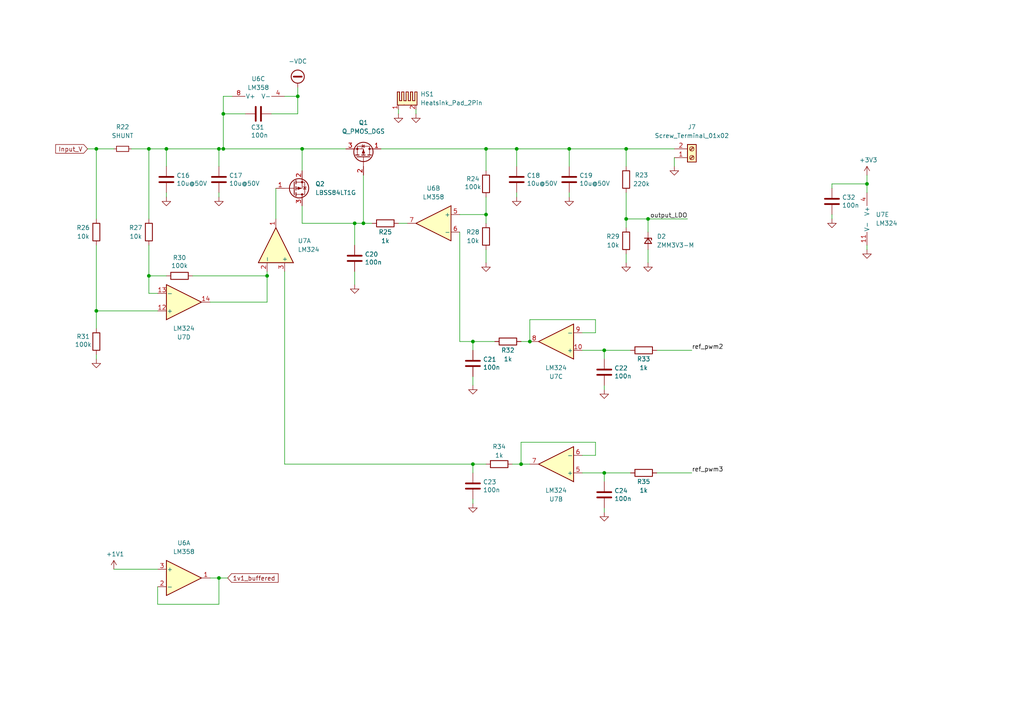
<source format=kicad_sch>
(kicad_sch (version 20211123) (generator eeschema)
  (paper "A4")
  (lib_symbols
    (symbol "Amplifier_Operational:LM324" (pin_names (offset 0.127))
      (property "Reference" "U" (at 0 5.08 0))
      (property "Value" "LM324" (at 0 -5.08 0))
      (symbol "LM324_1_1"
        (polyline (pts (xy -5.08 5.08) (xy 5.08 0) (xy -5.08 -5.08) (xy -5.08 5.08)) (stroke (width 0.254)) (fill (type background)))
        (pin output line (at 7.62 0 180) (length 2.54) (name "~") (number "1"))
        (pin input line (at -7.62 -2.54 0) (length 2.54) (name "-") (number "2"))
        (pin input line (at -7.62 2.54 0) (length 2.54) (name "+") (number "3"))
      )
      (symbol "LM324_2_1"
        (polyline (pts (xy -5.08 5.08) (xy 5.08 0) (xy -5.08 -5.08) (xy -5.08 5.08)) (stroke (width 0.254)) (fill (type background)))
        (pin input line (at -7.62 2.54 0) (length 2.54) (name "+") (number "5"))
        (pin input line (at -7.62 -2.54 0) (length 2.54) (name "-") (number "6"))
        (pin output line (at 7.62 0 180) (length 2.54) (name "~") (number "7"))
      )
      (symbol "LM324_3_1"
        (polyline (pts (xy -5.08 5.08) (xy 5.08 0) (xy -5.08 -5.08) (xy -5.08 5.08)) (stroke (width 0.254)) (fill (type background)))
        (pin input line (at -7.62 2.54 0) (length 2.54) (name "+") (number "10"))
        (pin output line (at 7.62 0 180) (length 2.54) (name "~") (number "8"))
        (pin input line (at -7.62 -2.54 0) (length 2.54) (name "-") (number "9"))
      )
      (symbol "LM324_4_1"
        (polyline (pts (xy -5.08 5.08) (xy 5.08 0) (xy -5.08 -5.08) (xy -5.08 5.08)) (stroke (width 0.254)) (fill (type background)))
        (pin input line (at -7.62 2.54 0) (length 2.54) (name "+") (number "12"))
        (pin input line (at -7.62 -2.54 0) (length 2.54) (name "-") (number "13"))
        (pin output line (at 7.62 0 180) (length 2.54) (name "~") (number "14"))
      )
      (symbol "LM324_5_1"
        (pin power_in line (at -2.54 -7.62 90) (length 3.81) (name "V-") (number "11"))
        (pin power_in line (at -2.54 7.62 270) (length 3.81) (name "V+") (number "4"))
      )
    )
    (symbol "Amplifier_Operational:LM358" (pin_names (offset 0.127))
      (property "Reference" "U" (at 0 5.08 0))
      (property "Value" "LM358" (at 0 -5.08 0))
      (symbol "LM358_1_1"
        (polyline (pts (xy -5.08 5.08) (xy 5.08 0) (xy -5.08 -5.08) (xy -5.08 5.08)) (stroke (width 0.254)) (fill (type background)))
        (pin output line (at 7.62 0 180) (length 2.54) (name "~") (number "1"))
        (pin input line (at -7.62 -2.54 0) (length 2.54) (name "-") (number "2"))
        (pin input line (at -7.62 2.54 0) (length 2.54) (name "+") (number "3"))
      )
      (symbol "LM358_2_1"
        (polyline (pts (xy -5.08 5.08) (xy 5.08 0) (xy -5.08 -5.08) (xy -5.08 5.08)) (stroke (width 0.254)) (fill (type background)))
        (pin input line (at -7.62 2.54 0) (length 2.54) (name "+") (number "5"))
        (pin input line (at -7.62 -2.54 0) (length 2.54) (name "-") (number "6"))
        (pin output line (at 7.62 0 180) (length 2.54) (name "~") (number "7"))
      )
      (symbol "LM358_3_1"
        (pin power_in line (at -2.54 -7.62 90) (length 3.81) (name "V-") (number "4"))
        (pin power_in line (at -2.54 7.62 270) (length 3.81) (name "V+") (number "8"))
      )
    )
    (symbol "Connector:Screw_Terminal_01x02" (pin_names (offset 1.016) hide)
      (property "Reference" "J" (at 0 2.54 0))
      (property "Value" "Screw_Terminal_01x02" (at 0 -5.08 0))
      (symbol "Screw_Terminal_01x02_1_1"
        (rectangle (start -1.27 1.27) (end 1.27 -3.81) (stroke (width 0.254)) (fill (type background)))
        (circle (center 0 -2.54) (radius 0.635) (stroke (width 0.1524)))
        (polyline (pts (xy -0.5334 -2.2098) (xy 0.3302 -3.048)) (stroke (width 0.1524)))
        (polyline (pts (xy -0.5334 0.3302) (xy 0.3302 -0.508)) (stroke (width 0.1524)))
        (polyline (pts (xy -0.3556 -2.032) (xy 0.508 -2.8702)) (stroke (width 0.1524)))
        (polyline (pts (xy -0.3556 0.508) (xy 0.508 -0.3302)) (stroke (width 0.1524)))
        (circle (center 0 0) (radius 0.635) (stroke (width 0.1524)))
        (pin passive line (at -5.08 0 0) (length 3.81) (name "Pin_1") (number "1"))
        (pin passive line (at -5.08 -2.54 0) (length 3.81) (name "Pin_2") (number "2"))
      )
    )
    (symbol "Device:C" (pin_numbers hide) (pin_names (offset 0.254))
      (property "Reference" "C" (at 0.635 2.54 0))
      (property "Value" "C" (at 0.635 -2.54 0))
      (symbol "C_0_1"
        (polyline (pts (xy -2.032 -0.762) (xy 2.032 -0.762)) (stroke (width 0.508)))
        (polyline (pts (xy -2.032 0.762) (xy 2.032 0.762)) (stroke (width 0.508)))
      )
      (symbol "C_1_1"
        (pin passive line (at 0 3.81 270) (length 2.794) (name "~") (number "1"))
        (pin passive line (at 0 -3.81 90) (length 2.794) (name "~") (number "2"))
      )
    )
    (symbol "Device:D_Zener_Small" (pin_numbers hide) (pin_names (offset 0.254) hide)
      (property "Reference" "D" (at 0 2.286 0))
      (property "Value" "D_Zener_Small" (at 0 -2.286 0))
      (symbol "D_Zener_Small_0_1"
        (polyline (pts (xy 0.762 0) (xy -0.762 0)))
        (polyline (pts (xy -0.254 1.016) (xy -0.762 1.016) (xy -0.762 -1.016)) (stroke (width 0.254)))
        (polyline (pts (xy 0.762 1.016) (xy -0.762 0) (xy 0.762 -1.016) (xy 0.762 1.016)) (stroke (width 0.254)))
      )
      (symbol "D_Zener_Small_1_1"
        (pin passive line (at -2.54 0 0) (length 1.778) (name "K") (number "1"))
        (pin passive line (at 2.54 0 180) (length 1.778) (name "A") (number "2"))
      )
    )
    (symbol "Device:Q_PMOS_DGS" (pin_names (offset 0) hide)
      (property "Reference" "Q" (at 5.08 1.27 0))
      (property "Value" "Q_PMOS_DGS" (at 5.08 -1.27 0))
      (symbol "Q_PMOS_DGS_0_1"
        (polyline (pts (xy 0.254 0) (xy -2.54 0)))
        (polyline (pts (xy 0.254 1.905) (xy 0.254 -1.905)) (stroke (width 0.254)))
        (polyline (pts (xy 0.762 -1.27) (xy 0.762 -2.286)) (stroke (width 0.254)))
        (polyline (pts (xy 0.762 0.508) (xy 0.762 -0.508)) (stroke (width 0.254)))
        (polyline (pts (xy 0.762 2.286) (xy 0.762 1.27)) (stroke (width 0.254)))
        (polyline (pts (xy 2.54 2.54) (xy 2.54 1.778)))
        (polyline (pts (xy 2.54 -2.54) (xy 2.54 0) (xy 0.762 0)))
        (polyline (pts (xy 0.762 1.778) (xy 3.302 1.778) (xy 3.302 -1.778) (xy 0.762 -1.778)))
        (polyline (pts (xy 2.286 0) (xy 1.27 0.381) (xy 1.27 -0.381) (xy 2.286 0)) (fill (type outline)))
        (polyline (pts (xy 2.794 -0.508) (xy 2.921 -0.381) (xy 3.683 -0.381) (xy 3.81 -0.254)))
        (polyline (pts (xy 3.302 -0.381) (xy 2.921 0.254) (xy 3.683 0.254) (xy 3.302 -0.381)))
        (circle (center 1.651 0) (radius 2.794) (stroke (width 0.254)))
        (circle (center 2.54 -1.778) (radius 0.254) (fill (type outline)))
        (circle (center 2.54 1.778) (radius 0.254) (fill (type outline)))
      )
      (symbol "Q_PMOS_DGS_1_1"
        (pin passive line (at 2.54 5.08 270) (length 2.54) (name "D") (number "1"))
        (pin input line (at -5.08 0 0) (length 2.54) (name "G") (number "2"))
        (pin passive line (at 2.54 -5.08 90) (length 2.54) (name "S") (number "3"))
      )
    )
    (symbol "Device:Q_PMOS_GSD" (pin_names (offset 0) hide)
      (property "Reference" "Q" (at 5.08 1.27 0))
      (property "Value" "Q_PMOS_GSD" (at 5.08 -1.27 0))
      (symbol "Q_PMOS_GSD_0_1"
        (polyline (pts (xy 0.254 0) (xy -2.54 0)))
        (polyline (pts (xy 0.254 1.905) (xy 0.254 -1.905)) (stroke (width 0.254)))
        (polyline (pts (xy 0.762 -1.27) (xy 0.762 -2.286)) (stroke (width 0.254)))
        (polyline (pts (xy 0.762 0.508) (xy 0.762 -0.508)) (stroke (width 0.254)))
        (polyline (pts (xy 0.762 2.286) (xy 0.762 1.27)) (stroke (width 0.254)))
        (polyline (pts (xy 2.54 2.54) (xy 2.54 1.778)))
        (polyline (pts (xy 2.54 -2.54) (xy 2.54 0) (xy 0.762 0)))
        (polyline (pts (xy 0.762 1.778) (xy 3.302 1.778) (xy 3.302 -1.778) (xy 0.762 -1.778)))
        (polyline (pts (xy 2.286 0) (xy 1.27 0.381) (xy 1.27 -0.381) (xy 2.286 0)) (fill (type outline)))
        (polyline (pts (xy 2.794 -0.508) (xy 2.921 -0.381) (xy 3.683 -0.381) (xy 3.81 -0.254)))
        (polyline (pts (xy 3.302 -0.381) (xy 2.921 0.254) (xy 3.683 0.254) (xy 3.302 -0.381)))
        (circle (center 1.651 0) (radius 2.794) (stroke (width 0.254)))
        (circle (center 2.54 -1.778) (radius 0.254) (fill (type outline)))
        (circle (center 2.54 1.778) (radius 0.254) (fill (type outline)))
      )
      (symbol "Q_PMOS_GSD_1_1"
        (pin input line (at -5.08 0 0) (length 2.54) (name "G") (number "1"))
        (pin passive line (at 2.54 -5.08 90) (length 2.54) (name "S") (number "2"))
        (pin passive line (at 2.54 5.08 270) (length 2.54) (name "D") (number "3"))
      )
    )
    (symbol "Device:R" (pin_numbers hide) (pin_names (offset 0))
      (property "Reference" "R" (at 2.032 0 90))
      (property "Value" "R" (at 0 0 90))
      (symbol "R_0_1"
        (rectangle (start -1.016 -2.54) (end 1.016 2.54) (stroke (width 0.254)))
      )
      (symbol "R_1_1"
        (pin passive line (at 0 3.81 270) (length 1.27) (name "~") (number "1"))
        (pin passive line (at 0 -3.81 90) (length 1.27) (name "~") (number "2"))
      )
    )
    (symbol "Device:R_Small" (pin_numbers hide) (pin_names (offset 0.254) hide)
      (property "Reference" "R" (at 0.762 0.508 0))
      (property "Value" "R_Small" (at 0.762 -1.016 0))
      (symbol "R_Small_0_1"
        (rectangle (start -0.762 1.778) (end 0.762 -1.778) (stroke (width 0.2032)))
      )
      (symbol "R_Small_1_1"
        (pin passive line (at 0 2.54 270) (length 0.762) (name "~") (number "1"))
        (pin passive line (at 0 -2.54 90) (length 0.762) (name "~") (number "2"))
      )
    )
    (symbol "Mechanical:Heatsink_Pad_2Pin" (pin_names (offset 0))
      (property "Reference" "HS" (at 0 5.715 0))
      (property "Value" "Heatsink_Pad_2Pin" (at 0 3.81 0))
      (symbol "Heatsink_Pad_2Pin_0_1"
        (polyline (pts (xy -0.3302 0) (xy -0.9652 0) (xy -0.9652 2.54) (xy -1.6002 2.54) (xy -1.6002 0) (xy -2.2352 0) (xy -2.2352 2.54) (xy -2.8702 2.54) (xy -2.8702 -1.27) (xy -0.9652 -1.27)) (stroke (width 0.254)) (fill (type background)))
        (polyline (pts (xy -0.3302 0) (xy -0.3302 2.54) (xy 0.3048 2.54) (xy 0.3048 0) (xy 0.9398 0) (xy 0.9398 2.54) (xy 1.5748 2.54) (xy 1.5748 0) (xy 2.2098 0) (xy 2.2098 2.54) (xy 2.8448 2.54) (xy 2.8448 -1.27) (xy -0.9652 -1.27)) (stroke (width 0.254)) (fill (type background)))
      )
      (symbol "Heatsink_Pad_2Pin_1_1"
        (pin passive line (at -2.54 -2.54 90) (length 1.27) (name "~") (number "1"))
        (pin passive line (at 2.54 -2.54 90) (length 1.27) (name "~") (number "2"))
      )
    )
    (symbol "power:+1V1" (power) (pin_names (offset 0))
      (property "Value" "+1V1" (at 0 3.556 0))
      (symbol "+1V1_0_1"
        (polyline (pts (xy -0.762 1.27) (xy 0 2.54)))
        (polyline (pts (xy 0 0) (xy 0 2.54)))
        (polyline (pts (xy 0 2.54) (xy 0.762 1.27)))
      )
      (symbol "+1V1_1_1"
        (pin power_in line (at 0 0 90) (length 0) hide (name "+1V1") (number "1"))
      )
    )
    (symbol "power:+3V3" (power) (pin_names (offset 0))
      (property "Value" "+3V3" (at 0 3.556 0))
      (symbol "+3V3_0_1"
        (polyline (pts (xy -0.762 1.27) (xy 0 2.54)))
        (polyline (pts (xy 0 0) (xy 0 2.54)))
        (polyline (pts (xy 0 2.54) (xy 0.762 1.27)))
      )
      (symbol "+3V3_1_1"
        (pin power_in line (at 0 0 90) (length 0) hide (name "+3V3") (number "1"))
      )
    )
    (symbol "power:-VDC" (power) (pin_names (offset 0))
      (property "Value" "-VDC" (at 0 6.35 0))
      (symbol "-VDC_0_1"
        (polyline (pts (xy -1.143 3.175) (xy 1.143 3.175)) (stroke (width 0.508)))
        (polyline (pts (xy 0 0) (xy 0 1.27)))
        (circle (center 0 3.175) (radius 1.905) (stroke (width 0.254)))
      )
      (symbol "-VDC_1_1"
        (pin power_in line (at 0 0 90) (length 0) hide (name "-VDC") (number "1"))
      )
    )
    (symbol "power:GND" (power) (pin_names (offset 0))
      (property "Value" "GND" (at 0 -3.81 0))
      (symbol "GND_0_1"
        (polyline (pts (xy 0 0) (xy 0 -1.27) (xy 1.27 -1.27) (xy 0 -2.54) (xy -1.27 -1.27) (xy 0 -1.27)))
      )
      (symbol "GND_1_1"
        (pin power_in line (at 0 0 270) (length 0) hide (name "GND") (number "1"))
      )
    )
  )
  (junction (at 64.77 33.02))
  (junction (at 63.5 43.18))
  (junction (at 63.5 167.64))
  (junction (at 149.86 43.18))
  (junction (at 77.47 80.01))
  (junction (at 102.87 64.77))
  (junction (at 175.26 137.16))
  (junction (at 175.26 101.6))
  (junction (at 87.63 43.18))
  (junction (at 151.13 134.62))
  (junction (at 181.61 43.18))
  (junction (at 64.77 43.18))
  (junction (at 27.94 90.17))
  (junction (at 27.94 43.18))
  (junction (at 140.97 62.23))
  (junction (at 43.18 80.01))
  (junction (at 137.16 99.06))
  (junction (at 153.67 99.06))
  (junction (at 187.96 63.5))
  (junction (at 181.61 63.5))
  (junction (at 43.18 43.18))
  (junction (at 137.16 134.62))
  (junction (at 48.26 43.18))
  (junction (at 140.97 43.18))
  (junction (at 251.46 53.34))
  (junction (at 105.41 64.77))
  (junction (at 86.36 27.94))
  (junction (at 165.1 43.18))
  (wire (pts (xy 133.35 99.06) (xy 137.16 99.06)))
  (wire (pts (xy 43.18 80.01) (xy 43.18 71.12)))
  (wire (pts (xy 190.5 137.16) (xy 200.66 137.16)))
  (wire (pts (xy 87.63 43.18) (xy 87.63 49.53)))
  (wire (pts (xy 149.86 55.88) (xy 149.86 57.15)))
  (wire (pts (xy 133.35 62.23) (xy 140.97 62.23)))
  (wire (pts (xy 27.94 43.18) (xy 27.94 63.5)))
  (wire (pts (xy 71.12 33.02) (xy 64.77 33.02)))
  (wire (pts (xy 64.77 27.94) (xy 64.77 33.02)))
  (wire (pts (xy 140.97 57.15) (xy 140.97 62.23)))
  (wire (pts (xy 43.18 63.5) (xy 43.18 43.18)))
  (wire (pts (xy 153.67 99.06) (xy 153.67 92.71)))
  (wire (pts (xy 64.77 27.94) (xy 67.31 27.94)))
  (wire (pts (xy 105.41 50.8) (xy 105.41 64.77)))
  (wire (pts (xy 63.5 43.18) (xy 63.5 48.26)))
  (wire (pts (xy 181.61 63.5) (xy 181.61 66.04)))
  (wire (pts (xy 102.87 64.77) (xy 102.87 71.12)))
  (wire (pts (xy 27.94 71.12) (xy 27.94 90.17)))
  (wire (pts (xy 60.96 167.64) (xy 63.5 167.64)))
  (wire (pts (xy 43.18 80.01) (xy 48.26 80.01)))
  (wire (pts (xy 63.5 43.18) (xy 64.77 43.18)))
  (wire (pts (xy 190.5 101.6) (xy 200.66 101.6)))
  (wire (pts (xy 87.63 64.77) (xy 102.87 64.77)))
  (wire (pts (xy 55.88 80.01) (xy 77.47 80.01)))
  (wire (pts (xy 120.65 31.75) (xy 120.65 33.02)))
  (wire (pts (xy 195.58 45.72) (xy 195.58 48.26)))
  (wire (pts (xy 172.72 128.27) (xy 172.72 132.08)))
  (wire (pts (xy 165.1 43.18) (xy 165.1 48.26)))
  (wire (pts (xy 82.55 78.74) (xy 82.55 134.62)))
  (wire (pts (xy 151.13 128.27) (xy 172.72 128.27)))
  (wire (pts (xy 63.5 167.64) (xy 66.04 167.64)))
  (wire (pts (xy 137.16 144.78) (xy 137.16 146.05)))
  (wire (pts (xy 27.94 90.17) (xy 27.94 95.25)))
  (wire (pts (xy 181.61 76.2) (xy 181.61 73.66)))
  (wire (pts (xy 153.67 92.71) (xy 172.72 92.71)))
  (wire (pts (xy 86.36 33.02) (xy 78.74 33.02)))
  (wire (pts (xy 27.94 102.87) (xy 27.94 104.14)))
  (wire (pts (xy 251.46 50.8) (xy 251.46 53.34)))
  (wire (pts (xy 251.46 53.34) (xy 251.46 55.88)))
  (wire (pts (xy 137.16 134.62) (xy 140.97 134.62)))
  (wire (pts (xy 33.02 165.1) (xy 45.72 165.1)))
  (wire (pts (xy 137.16 109.22) (xy 137.16 111.76)))
  (wire (pts (xy 175.26 111.76) (xy 175.26 113.03)))
  (wire (pts (xy 175.26 104.14) (xy 175.26 101.6)))
  (wire (pts (xy 43.18 43.18) (xy 48.26 43.18)))
  (wire (pts (xy 102.87 78.74) (xy 102.87 82.55)))
  (wire (pts (xy 64.77 33.02) (xy 64.77 43.18)))
  (wire (pts (xy 45.72 175.26) (xy 63.5 175.26)))
  (wire (pts (xy 137.16 101.6) (xy 137.16 99.06)))
  (wire (pts (xy 175.26 147.32) (xy 175.26 148.59)))
  (wire (pts (xy 181.61 55.88) (xy 181.61 63.5)))
  (wire (pts (xy 181.61 63.5) (xy 187.96 63.5)))
  (wire (pts (xy 140.97 62.23) (xy 140.97 64.77)))
  (wire (pts (xy 140.97 43.18) (xy 140.97 49.53)))
  (wire (pts (xy 105.41 64.77) (xy 107.95 64.77)))
  (wire (pts (xy 148.59 134.62) (xy 151.13 134.62)))
  (wire (pts (xy 153.67 99.06) (xy 151.13 99.06)))
  (wire (pts (xy 86.36 25.4) (xy 86.36 27.94)))
  (wire (pts (xy 187.96 72.39) (xy 187.96 76.2)))
  (wire (pts (xy 80.01 54.61) (xy 80.01 63.5)))
  (wire (pts (xy 143.51 99.06) (xy 137.16 99.06)))
  (wire (pts (xy 43.18 85.09) (xy 43.18 80.01)))
  (wire (pts (xy 82.55 134.62) (xy 137.16 134.62)))
  (wire (pts (xy 175.26 139.7) (xy 175.26 137.16)))
  (wire (pts (xy 172.72 132.08) (xy 168.91 132.08)))
  (wire (pts (xy 241.3 54.61) (xy 241.3 53.34)))
  (wire (pts (xy 27.94 43.18) (xy 33.02 43.18)))
  (wire (pts (xy 181.61 48.26) (xy 181.61 43.18)))
  (wire (pts (xy 60.96 87.63) (xy 77.47 87.63)))
  (wire (pts (xy 137.16 137.16) (xy 137.16 134.62)))
  (wire (pts (xy 140.97 43.18) (xy 149.86 43.18)))
  (wire (pts (xy 251.46 71.12) (xy 251.46 72.39)))
  (wire (pts (xy 187.96 63.5) (xy 199.39 63.5)))
  (wire (pts (xy 149.86 43.18) (xy 149.86 48.26)))
  (wire (pts (xy 77.47 87.63) (xy 77.47 80.01)))
  (wire (pts (xy 133.35 67.31) (xy 133.35 99.06)))
  (wire (pts (xy 175.26 137.16) (xy 182.88 137.16)))
  (wire (pts (xy 63.5 175.26) (xy 63.5 167.64)))
  (wire (pts (xy 48.26 55.88) (xy 48.26 57.15)))
  (wire (pts (xy 45.72 170.18) (xy 45.72 175.26)))
  (wire (pts (xy 38.1 43.18) (xy 43.18 43.18)))
  (wire (pts (xy 153.67 134.62) (xy 151.13 134.62)))
  (wire (pts (xy 187.96 63.5) (xy 187.96 67.31)))
  (wire (pts (xy 86.36 27.94) (xy 86.36 33.02)))
  (wire (pts (xy 48.26 43.18) (xy 63.5 43.18)))
  (wire (pts (xy 102.87 64.77) (xy 105.41 64.77)))
  (wire (pts (xy 151.13 134.62) (xy 151.13 128.27)))
  (wire (pts (xy 241.3 53.34) (xy 251.46 53.34)))
  (wire (pts (xy 87.63 43.18) (xy 100.33 43.18)))
  (wire (pts (xy 82.55 27.94) (xy 86.36 27.94)))
  (wire (pts (xy 63.5 55.88) (xy 63.5 57.15)))
  (wire (pts (xy 77.47 80.01) (xy 77.47 78.74)))
  (wire (pts (xy 25.4 43.18) (xy 27.94 43.18)))
  (wire (pts (xy 87.63 59.69) (xy 87.63 64.77)))
  (wire (pts (xy 115.57 31.75) (xy 115.57 33.02)))
  (wire (pts (xy 172.72 92.71) (xy 172.72 96.52)))
  (wire (pts (xy 110.49 43.18) (xy 140.97 43.18)))
  (wire (pts (xy 175.26 101.6) (xy 182.88 101.6)))
  (wire (pts (xy 181.61 43.18) (xy 195.58 43.18)))
  (wire (pts (xy 27.94 90.17) (xy 45.72 90.17)))
  (wire (pts (xy 48.26 43.18) (xy 48.26 48.26)))
  (wire (pts (xy 241.3 62.23) (xy 241.3 63.5)))
  (wire (pts (xy 172.72 96.52) (xy 168.91 96.52)))
  (wire (pts (xy 168.91 137.16) (xy 175.26 137.16)))
  (wire (pts (xy 165.1 55.88) (xy 165.1 57.15)))
  (wire (pts (xy 45.72 85.09) (xy 43.18 85.09)))
  (wire (pts (xy 64.77 43.18) (xy 87.63 43.18)))
  (wire (pts (xy 165.1 43.18) (xy 181.61 43.18)))
  (wire (pts (xy 115.57 64.77) (xy 118.11 64.77)))
  (wire (pts (xy 168.91 101.6) (xy 175.26 101.6)))
  (wire (pts (xy 149.86 43.18) (xy 165.1 43.18)))
  (wire (pts (xy 140.97 76.2) (xy 140.97 72.39)))
  (label "ref_pwm2" (at 200.66 101.6 0))
  (label "output_LDO" (at 199.39 63.5 180))
  (label "ref_pwm3" (at 200.66 137.16 0))
  (global_label "Input_V" (shape input) (at 25.4 43.18 180) (property "Intersheet References" "${INTERSHEET_REFS}" (effects hide)))
  (global_label "1v1_buffered" (shape input) (at 66.04 167.64 0) (property "Intersheet References" "${INTERSHEET_REFS}" (effects hide)))
  (symbol (lib_id "Device:C") (at 63.5 52.07 0) (unit 1)
    (property "Reference" "C17" (at 66.421 50.9016 0) (effects (justify left)))
    (property "Value" "10u@50V" (at 66.421 53.213 0) (effects (justify left)))
    (property "Footprint" "Capacitor_SMD:C_0805_2012Metric" (effects hide))
    (property "LCSC" "C440198" (effects hide))
  )
  (symbol (lib_id "power:GND") (at 115.57 33.02 0) (unit 1)
    (property "Reference" "#PWR053" (effects hide))
    (property "Value" "GND" (effects hide))
  )
  (symbol (lib_id "Amplifier_Operational:LM358") (at 53.34 167.64 0) (unit 1)
    (property "Reference" "U6" (at 53.34 157.48 0))
    (property "Value" "LM358" (at 53.34 160.02 0))
    (property "Footprint" "Package_SO:SOIC-8_3.9x4.9mm_P1.27mm" (effects hide))
    (property "Datasheet" "http://www.ti.com/lit/ds/symlink/lm2904-n.pdf" (effects hide))
    (property "LCSC" "C7950" (effects hide))
  )
  (symbol (lib_id "Device:R") (at 140.97 53.34 0) (unit 1)
    (property "Reference" "R24" (at 137.16 51.8922 0))
    (property "Value" "100k" (at 137.16 54.2036 0))
    (property "Footprint" "Resistor_SMD:R_0603_1608Metric" (effects hide))
    (property "LCSC" "C25803" (effects hide))
  )
  (symbol (lib_id "Connector:Screw_Terminal_01x02") (at 200.66 45.72 0) (mirror x) (unit 1)
    (property "Reference" "J7" (at 200.66 36.83 0))
    (property "Value" "Screw_Terminal_01x02" (at 200.66 39.37 0))
  )
  (symbol (lib_id "Amplifier_Operational:LM324") (at 161.29 99.06 180) (unit 3)
    (property "Reference" "U7" (at 161.29 109.22 0))
    (property "Value" "LM324" (at 161.29 106.68 0))
    (property "Footprint" "Package_SO:SOIC-14_3.9x8.7mm_P1.27mm" (effects hide))
    (property "Datasheet" "http://www.ti.com/lit/ds/symlink/lm2902-n.pdf" (effects hide))
  )
  (symbol (lib_id "Device:R") (at 140.97 68.58 0) (mirror x) (unit 1)
    (property "Reference" "R28" (at 137.16 67.31 0))
    (property "Value" "10k" (at 137.16 69.85 0))
    (property "Footprint" "Resistor_SMD:R_0603_1608Metric" (effects hide))
    (property "LCSC" "C25804" (effects hide))
  )
  (symbol (lib_id "Device:R_Small") (at 35.56 43.18 270) (unit 1)
    (property "Reference" "R22" (at 35.56 36.83 90))
    (property "Value" "SHUNT" (at 35.56 39.37 90))
  )
  (symbol (lib_id "Device:D_Zener_Small") (at 187.96 69.85 270) (unit 1)
    (property "Reference" "D2" (at 190.5 68.5799 90) (effects (justify left)))
    (property "Value" "ZMM3V3-M" (at 190.5 71.1199 90) (effects (justify left)))
    (property "Footprint" "Diode_SMD:D_MiniMELF" (effects hide))
    (property "LCSC" "C8056" (effects hide))
  )
  (symbol (lib_id "Device:C") (at 102.87 74.93 0) (unit 1)
    (property "Reference" "C20" (at 105.791 73.7616 0) (effects (justify left)))
    (property "Value" "100n" (at 105.791 76.073 0) (effects (justify left)))
    (property "Footprint" "Capacitor_SMD:C_0603_1608Metric" (effects hide))
    (property "Datasheet" "https://jlcpcb.com/partdetail/Yageo-CC0603KRX7R9BB104/C14663" (effects hide))
    (property "LCSC" "C14663" (effects hide))
  )
  (symbol (lib_id "power:+3V3") (at 251.46 50.8 0) (unit 1)
    (property "Reference" "#PWR0100" (effects hide))
    (property "Value" "+3V3" (at 251.841 46.4058 0))
  )
  (symbol (lib_id "Device:C") (at 48.26 52.07 0) (unit 1)
    (property "Reference" "C16" (at 51.181 50.9016 0) (effects (justify left)))
    (property "Value" "10u@50V" (at 51.181 53.213 0) (effects (justify left)))
    (property "Footprint" "Capacitor_SMD:C_0805_2012Metric" (effects hide))
    (property "LCSC" "C440198" (effects hide))
  )
  (symbol (lib_id "power:GND") (at 175.26 113.03 0) (unit 1)
    (property "Reference" "#PWR066" (effects hide))
    (property "Value" "GND" (effects hide))
  )
  (symbol (lib_id "Device:Q_PMOS_DGS") (at 105.41 45.72 270) (mirror x) (unit 1)
    (property "Reference" "Q1" (at 105.41 35.56 90))
    (property "Value" "Q_PMOS_DGS" (at 105.41 38.1 90))
    (property "Footprint" "Package_TO_SOT_THT:TO-247-3_Vertical" (effects hide))
  )
  (symbol (lib_id "Device:C") (at 175.26 107.95 0) (unit 1)
    (property "Reference" "C22" (at 178.181 106.7816 0) (effects (justify left)))
    (property "Value" "100n" (at 178.181 109.093 0) (effects (justify left)))
    (property "Footprint" "Capacitor_SMD:C_0603_1608Metric" (effects hide))
    (property "Datasheet" "https://jlcpcb.com/partdetail/Yageo-CC0603KRX7R9BB104/C14663" (effects hide))
    (property "LCSC" "C14663" (effects hide))
  )
  (symbol (lib_id "power:GND") (at 27.94 104.14 0) (unit 1)
    (property "Reference" "#PWR064" (effects hide))
    (property "Value" "GND" (effects hide))
  )
  (symbol (lib_id "power:GND") (at 48.26 57.15 0) (unit 1)
    (property "Reference" "#PWR056" (effects hide))
    (property "Value" "GND" (effects hide))
  )
  (symbol (lib_id "power:GND") (at 241.3 63.5 0) (unit 1)
    (property "Reference" "#PWR0112" (effects hide))
    (property "Value" "GND" (effects hide))
  )
  (symbol (lib_id "power:GND") (at 175.26 148.59 0) (unit 1)
    (property "Reference" "#PWR068" (effects hide))
    (property "Value" "GND" (effects hide))
  )
  (symbol (lib_id "Device:R") (at 52.07 80.01 270) (unit 1)
    (property "Reference" "R30" (at 52.07 74.7522 90))
    (property "Value" "100k" (at 52.07 77.0636 90))
    (property "Footprint" "Resistor_SMD:R_0603_1608Metric" (effects hide))
    (property "LCSC" "C25803" (effects hide))
  )
  (symbol (lib_id "Device:C") (at 241.3 58.42 0) (unit 1)
    (property "Reference" "C32" (at 244.221 57.2516 0) (effects (justify left)))
    (property "Value" "100n" (at 244.221 59.563 0) (effects (justify left)))
    (property "Footprint" "Capacitor_SMD:C_0603_1608Metric" (effects hide))
    (property "Datasheet" "https://jlcpcb.com/partdetail/Yageo-CC0603KRX7R9BB104/C14663" (effects hide))
    (property "LCSC" "C14663" (effects hide))
  )
  (symbol (lib_id "power:GND") (at 140.97 76.2 0) (unit 1)
    (property "Reference" "#PWR060" (effects hide))
    (property "Value" "GND" (effects hide))
  )
  (symbol (lib_id "Amplifier_Operational:LM324") (at 53.34 87.63 0) (mirror x) (unit 4)
    (property "Reference" "U7" (at 53.34 97.79 0))
    (property "Value" "LM324" (at 53.34 95.25 0))
    (property "Footprint" "Package_SO:SOIC-14_3.9x8.7mm_P1.27mm" (effects hide))
    (property "Datasheet" "http://www.ti.com/lit/ds/symlink/lm2902-n.pdf" (effects hide))
  )
  (symbol (lib_id "power:GND") (at 181.61 76.2 0) (unit 1)
    (property "Reference" "#PWR061" (effects hide))
    (property "Value" "GND" (effects hide))
  )
  (symbol (lib_id "Device:C") (at 175.26 143.51 0) (unit 1)
    (property "Reference" "C24" (at 178.181 142.3416 0) (effects (justify left)))
    (property "Value" "100n" (at 178.181 144.653 0) (effects (justify left)))
    (property "Footprint" "Capacitor_SMD:C_0603_1608Metric" (effects hide))
    (property "Datasheet" "https://jlcpcb.com/partdetail/Yageo-CC0603KRX7R9BB104/C14663" (effects hide))
    (property "LCSC" "C14663" (effects hide))
  )
  (symbol (lib_id "Mechanical:Heatsink_Pad_2Pin") (at 118.11 29.21 0) (unit 1)
    (property "Reference" "HS1" (at 121.92 27.3049 0) (effects (justify left)))
    (property "Value" "Heatsink_Pad_2Pin" (at 121.92 29.8449 0) (effects (justify left)))
    (property "Footprint" "Z_mycustom_footprint_lib:HSE-B20500-040H" (effects hide))
  )
  (symbol (lib_id "power:GND") (at 187.96 76.2 0) (unit 1)
    (property "Reference" "#PWR062" (effects hide))
    (property "Value" "GND" (effects hide))
  )
  (symbol (lib_id "Device:R") (at 144.78 134.62 270) (mirror x) (unit 1)
    (property "Reference" "R34" (at 144.78 129.54 90))
    (property "Value" "1k" (at 144.78 132.08 90))
    (property "Footprint" "Resistor_SMD:R_0603_1608Metric" (effects hide))
    (property "LCSC" "C21190" (effects hide))
  )
  (symbol (lib_id "power:GND") (at 63.5 57.15 0) (unit 1)
    (property "Reference" "#PWR057" (effects hide))
    (property "Value" "GND" (effects hide))
  )
  (symbol (lib_id "power:GND") (at 149.86 57.15 0) (unit 1)
    (property "Reference" "#PWR058" (effects hide))
    (property "Value" "GND" (effects hide))
  )
  (symbol (lib_id "power:GND") (at 137.16 146.05 0) (unit 1)
    (property "Reference" "#PWR067" (effects hide))
    (property "Value" "GND" (effects hide))
  )
  (symbol (lib_id "Device:R") (at 111.76 64.77 270) (mirror x) (unit 1)
    (property "Reference" "R25" (at 111.76 67.31 90))
    (property "Value" "1k" (at 111.76 69.85 90))
    (property "Footprint" "Resistor_SMD:R_0603_1608Metric" (effects hide))
    (property "LCSC" "C21190" (effects hide))
  )
  (symbol (lib_id "Device:C") (at 74.93 33.02 270) (unit 1)
    (property "Reference" "C31" (at 72.771 36.9316 90) (effects (justify left)))
    (property "Value" "100n" (at 72.771 39.243 90) (effects (justify left)))
    (property "Footprint" "Capacitor_SMD:C_0603_1608Metric" (effects hide))
    (property "Datasheet" "https://jlcpcb.com/partdetail/Yageo-CC0603KRX7R9BB104/C14663" (effects hide))
    (property "LCSC" "C14663" (effects hide))
  )
  (symbol (lib_id "Amplifier_Operational:LM324") (at 254 63.5 0) (unit 5)
    (property "Reference" "U7" (at 254 62.2299 0) (effects (justify left)))
    (property "Value" "LM324" (at 254 64.7699 0) (effects (justify left)))
    (property "Footprint" "Package_SO:SOIC-14_3.9x8.7mm_P1.27mm" (effects hide))
    (property "Datasheet" "http://www.ti.com/lit/ds/symlink/lm2902-n.pdf" (effects hide))
    (property "LCSC" "C71035" (effects hide))
  )
  (symbol (lib_id "Device:R") (at 181.61 69.85 0) (mirror x) (unit 1)
    (property "Reference" "R29" (at 177.8 68.58 0))
    (property "Value" "10k" (at 177.8 71.12 0))
    (property "Footprint" "Resistor_SMD:R_0603_1608Metric" (effects hide))
    (property "LCSC" "C25804" (effects hide))
  )
  (symbol (lib_id "Amplifier_Operational:LM324") (at 161.29 134.62 180) (unit 2)
    (property "Reference" "U7" (at 161.29 144.78 0))
    (property "Value" "LM324" (at 161.29 142.24 0))
    (property "Footprint" "Package_SO:SOIC-14_3.9x8.7mm_P1.27mm" (effects hide))
    (property "Datasheet" "http://www.ti.com/lit/ds/symlink/lm2902-n.pdf" (effects hide))
  )
  (symbol (lib_id "power:GND") (at 165.1 57.15 0) (unit 1)
    (property "Reference" "#PWR059" (effects hide))
    (property "Value" "GND" (effects hide))
  )
  (symbol (lib_id "power:+1V1") (at 33.02 165.1 0) (unit 1)
    (property "Reference" "#PWR0114" (effects hide))
    (property "Value" "+1V1" (at 33.401 160.7058 0))
  )
  (symbol (lib_id "Amplifier_Operational:LM324") (at 80.01 71.12 270) (mirror x) (unit 1)
    (property "Reference" "U7" (at 86.36 69.8499 90) (effects (justify left)))
    (property "Value" "LM324" (at 86.36 72.3899 90) (effects (justify left)))
    (property "Footprint" "Package_SO:SOIC-14_3.9x8.7mm_P1.27mm" (effects hide))
    (property "Datasheet" "http://www.ti.com/lit/ds/symlink/lm2902-n.pdf" (effects hide))
  )
  (symbol (lib_id "Amplifier_Operational:LM358") (at 125.73 64.77 0) (mirror y) (unit 2)
    (property "Reference" "U6" (at 125.73 54.61 0))
    (property "Value" "LM358" (at 125.73 57.15 0))
    (property "Datasheet" "http://www.ti.com/lit/ds/symlink/lm2904-n.pdf" (effects hide))
  )
  (symbol (lib_id "Device:R") (at 43.18 67.31 0) (mirror x) (unit 1)
    (property "Reference" "R27" (at 39.37 66.04 0))
    (property "Value" "10k" (at 39.37 68.58 0))
    (property "Footprint" "Resistor_SMD:R_0603_1608Metric" (effects hide))
    (property "LCSC" "C25804" (effects hide))
  )
  (symbol (lib_id "power:GND") (at 120.65 33.02 0) (unit 1)
    (property "Reference" "#PWR054" (effects hide))
    (property "Value" "GND" (effects hide))
  )
  (symbol (lib_id "Device:R") (at 186.69 101.6 270) (mirror x) (unit 1)
    (property "Reference" "R33" (at 186.69 104.14 90))
    (property "Value" "1k" (at 186.69 106.68 90))
    (property "Footprint" "Resistor_SMD:R_0603_1608Metric" (effects hide))
    (property "LCSC" "C21190" (effects hide))
  )
  (symbol (lib_id "Device:C") (at 149.86 52.07 0) (unit 1)
    (property "Reference" "C18" (at 152.781 50.9016 0) (effects (justify left)))
    (property "Value" "10u@50V" (at 152.781 53.213 0) (effects (justify left)))
    (property "Footprint" "Capacitor_SMD:C_0805_2012Metric" (effects hide))
    (property "LCSC" "C440198" (effects hide))
  )
  (symbol (lib_id "Device:C") (at 137.16 140.97 0) (unit 1)
    (property "Reference" "C23" (at 140.081 139.8016 0) (effects (justify left)))
    (property "Value" "100n" (at 140.081 142.113 0) (effects (justify left)))
    (property "Footprint" "Capacitor_SMD:C_0603_1608Metric" (effects hide))
    (property "Datasheet" "https://jlcpcb.com/partdetail/Yageo-CC0603KRX7R9BB104/C14663" (effects hide))
    (property "LCSC" "C14663" (effects hide))
  )
  (symbol (lib_id "Device:Q_PMOS_GSD") (at 85.09 54.61 0) (mirror x) (unit 1)
    (property "Reference" "Q2" (at 91.44 53.3399 0) (effects (justify left)))
    (property "Value" "LBSS84LT1G" (at 91.44 55.8799 0) (effects (justify left)))
    (property "LCSC" "C8492" (effects hide))
  )
  (symbol (lib_id "power:GND") (at 251.46 72.39 0) (unit 1)
    (property "Reference" "#PWR0113" (effects hide))
    (property "Value" "GND" (effects hide))
  )
  (symbol (lib_id "Device:R") (at 27.94 67.31 0) (mirror x) (unit 1)
    (property "Reference" "R26" (at 24.13 66.04 0))
    (property "Value" "10k" (at 24.13 68.58 0))
    (property "Footprint" "Resistor_SMD:R_0603_1608Metric" (effects hide))
    (property "LCSC" "C25804" (effects hide))
  )
  (symbol (lib_id "Device:R") (at 181.61 52.07 0) (mirror x) (unit 1)
    (property "Reference" "R23" (at 186.055 50.8 0))
    (property "Value" "220k" (at 186.055 53.34 0))
    (property "Footprint" "Resistor_SMD:R_0603_1608Metric" (effects hide))
    (property "LCSC" "C22961" (effects hide))
  )
  (symbol (lib_id "Device:R") (at 27.94 99.06 0) (unit 1)
    (property "Reference" "R31" (at 24.13 97.6122 0))
    (property "Value" "100k" (at 24.13 99.9236 0))
    (property "Footprint" "Resistor_SMD:R_0603_1608Metric" (effects hide))
    (property "LCSC" "C25803" (effects hide))
  )
  (symbol (lib_id "power:GND") (at 137.16 111.76 0) (unit 1)
    (property "Reference" "#PWR065" (effects hide))
    (property "Value" "GND" (effects hide))
  )
  (symbol (lib_id "power:-VDC") (at 86.36 25.4 0) (unit 1)
    (property "Reference" "#PWR047" (effects hide))
    (property "Value" "-VDC" (at 86.36 17.78 0))
  )
  (symbol (lib_id "Device:R") (at 186.69 137.16 270) (mirror x) (unit 1)
    (property "Reference" "R35" (at 186.69 139.7 90))
    (property "Value" "1k" (at 186.69 142.24 90))
    (property "Footprint" "Resistor_SMD:R_0603_1608Metric" (effects hide))
    (property "LCSC" "C21190" (effects hide))
  )
  (symbol (lib_id "power:GND") (at 102.87 82.55 0) (unit 1)
    (property "Reference" "#PWR063" (effects hide))
    (property "Value" "GND" (effects hide))
  )
  (symbol (lib_id "Amplifier_Operational:LM358") (at 74.93 25.4 90) (unit 3)
    (property "Reference" "U6" (at 74.93 22.86 90))
    (property "Value" "LM358" (at 74.93 25.4 90))
    (property "Datasheet" "http://www.ti.com/lit/ds/symlink/lm2904-n.pdf" (effects hide))
  )
  (symbol (lib_id "Device:R") (at 147.32 99.06 270) (mirror x) (unit 1)
    (property "Reference" "R32" (at 147.32 101.6 90))
    (property "Value" "1k" (at 147.32 104.14 90))
    (property "Footprint" "Resistor_SMD:R_0603_1608Metric" (effects hide))
    (property "LCSC" "C21190" (effects hide))
  )
  (symbol (lib_id "Device:C") (at 165.1 52.07 0) (unit 1)
    (property "Reference" "C19" (at 168.021 50.9016 0) (effects (justify left)))
    (property "Value" "10u@50V" (at 168.021 53.213 0) (effects (justify left)))
    (property "Footprint" "Capacitor_SMD:C_0805_2012Metric" (effects hide))
    (property "LCSC" "C440198" (effects hide))
  )
  (symbol (lib_id "Device:C") (at 137.16 105.41 0) (unit 1)
    (property "Reference" "C21" (at 140.081 104.2416 0) (effects (justify left)))
    (property "Value" "100n" (at 140.081 106.553 0) (effects (justify left)))
    (property "Footprint" "Capacitor_SMD:C_0603_1608Metric" (effects hide))
    (property "Datasheet" "https://jlcpcb.com/partdetail/Yageo-CC0603KRX7R9BB104/C14663" (effects hide))
    (property "LCSC" "C14663" (effects hide))
  )
  (symbol (lib_id "power:GND") (at 195.58 48.26 0) (mirror y) (unit 1)
    (property "Reference" "#PWR055" (effects hide))
    (property "Value" "GND" (effects hide))
  )
)
</source>
